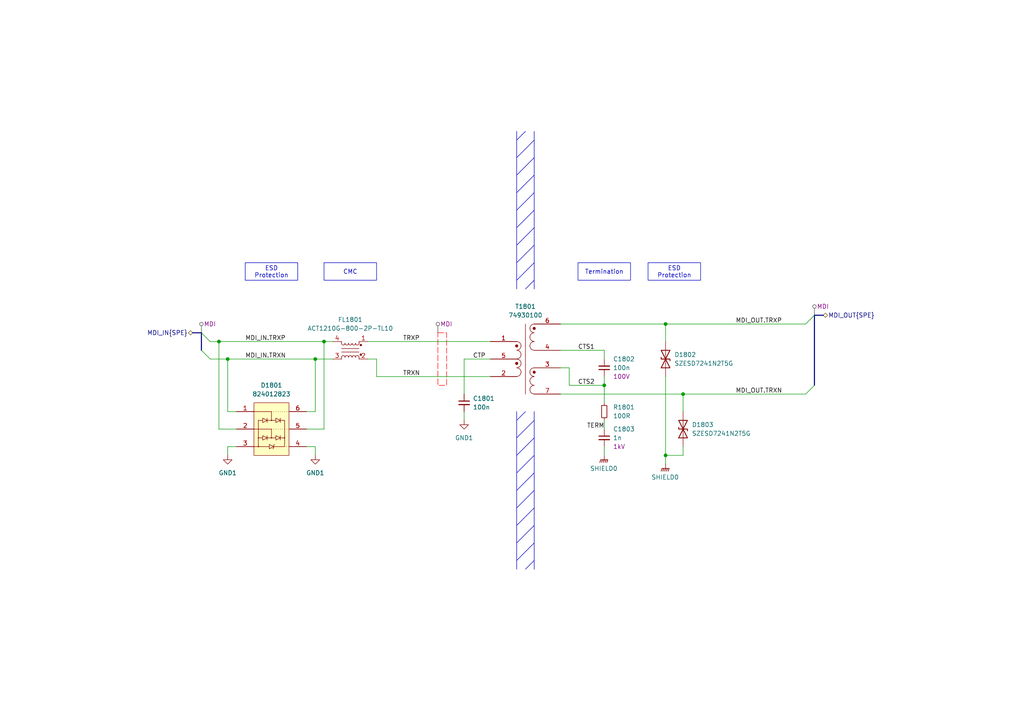
<source format=kicad_sch>
(kicad_sch
	(version 20250114)
	(generator "eeschema")
	(generator_version "9.0")
	(uuid "84d038d6-718d-45e3-b6b8-dc94c586d07e")
	(paper "A4")
	(title_block
		(title "1000BASE-T1 CDN")
		(comment 4 "Coupling-decoupling network for 1000BASE-T1")
	)
	(lib_symbols
		(symbol "COMM-CMC:ACT1210G-800-2P-TL10"
			(pin_names
				(hide yes)
			)
			(exclude_from_sim no)
			(in_bom yes)
			(on_board yes)
			(property "Reference" "FL"
				(at 0 6.35 0)
				(effects
					(font
						(size 1.27 1.27)
					)
				)
			)
			(property "Value" "ACT1210G-800-2P-TL10"
				(at 0 3.81 0)
				(effects
					(font
						(size 1.27 1.27)
					)
				)
			)
			(property "Footprint" "project_footprints:ACT1210G"
				(at 16.51 -94.92 0)
				(effects
					(font
						(size 1.27 1.27)
					)
					(justify left top)
					(hide yes)
				)
			)
			(property "Datasheet" "https://product.tdk.com/en/search/emc/emc/cmf_cmc/info?part_no=ACT1210G-800-2P-TL10"
				(at 16.51 -194.92 0)
				(effects
					(font
						(size 1.27 1.27)
					)
					(justify left top)
					(hide yes)
				)
			)
			(property "Description" "Common Mode Chokes / Filters 80uH 2.4ohm 70mA AEC-Q200 VER 2.0"
				(at 0 -7.62 0)
				(effects
					(font
						(size 1.27 1.27)
					)
					(hide yes)
				)
			)
			(property "Height" "2.5"
				(at 16.51 -394.92 0)
				(effects
					(font
						(size 1.27 1.27)
					)
					(justify left top)
					(hide yes)
				)
			)
			(property "Mouser Part Number" "810-ACT1210G8002PTL1"
				(at 16.51 -494.92 0)
				(effects
					(font
						(size 1.27 1.27)
					)
					(justify left top)
					(hide yes)
				)
			)
			(property "Mouser Price/Stock" "https://www.mouser.co.uk/ProductDetail/TDK/ACT1210G-800-2P-TL10?qs=4ASt3YYao0XH1BiO%252BEsWtg%3D%3D"
				(at 16.51 -594.92 0)
				(effects
					(font
						(size 1.27 1.27)
					)
					(justify left top)
					(hide yes)
				)
			)
			(property "Manufacturer_Name" "TDK"
				(at 16.51 -694.92 0)
				(effects
					(font
						(size 1.27 1.27)
					)
					(justify left top)
					(hide yes)
				)
			)
			(property "Manufacturer_Part_Number" "ACT1210G-800-2P-TL10"
				(at 16.51 -794.92 0)
				(effects
					(font
						(size 1.27 1.27)
					)
					(justify left top)
					(hide yes)
				)
			)
			(symbol "ACT1210G-800-2P-TL10_1_1"
				(circle
					(center -3.048 -1.016)
					(radius 0.254)
					(stroke
						(width 0)
						(type default)
					)
					(fill
						(type outline)
					)
				)
				(circle
					(center -3.048 -3.81)
					(radius 0.254)
					(stroke
						(width 0)
						(type default)
					)
					(fill
						(type outline)
					)
				)
				(polyline
					(pts
						(xy -2.54 -0.508) (xy -2.54 0)
					)
					(stroke
						(width 0)
						(type default)
					)
					(fill
						(type none)
					)
				)
				(polyline
					(pts
						(xy -2.54 -2.032) (xy 2.54 -2.032)
					)
					(stroke
						(width 0)
						(type default)
					)
					(fill
						(type none)
					)
				)
				(polyline
					(pts
						(xy -2.54 -4.572) (xy -2.54 -5.08)
					)
					(stroke
						(width 0)
						(type default)
					)
					(fill
						(type none)
					)
				)
				(arc
					(start -1.524 -0.508)
					(mid -2.032 -1.0138)
					(end -2.54 -0.508)
					(stroke
						(width 0)
						(type default)
					)
					(fill
						(type none)
					)
				)
				(arc
					(start -2.54 -4.572)
					(mid -2.032 -4.0662)
					(end -1.524 -4.572)
					(stroke
						(width 0)
						(type default)
					)
					(fill
						(type none)
					)
				)
				(arc
					(start -0.508 -0.508)
					(mid -1.016 -1.0138)
					(end -1.524 -0.508)
					(stroke
						(width 0)
						(type default)
					)
					(fill
						(type none)
					)
				)
				(arc
					(start -1.524 -4.572)
					(mid -1.016 -4.0662)
					(end -0.508 -4.572)
					(stroke
						(width 0)
						(type default)
					)
					(fill
						(type none)
					)
				)
				(arc
					(start 0.508 -0.508)
					(mid 0 -1.0138)
					(end -0.508 -0.508)
					(stroke
						(width 0)
						(type default)
					)
					(fill
						(type none)
					)
				)
				(arc
					(start -0.508 -4.572)
					(mid 0 -4.0662)
					(end 0.508 -4.572)
					(stroke
						(width 0)
						(type default)
					)
					(fill
						(type none)
					)
				)
				(arc
					(start 1.524 -0.508)
					(mid 1.016 -1.0138)
					(end 0.508 -0.508)
					(stroke
						(width 0)
						(type default)
					)
					(fill
						(type none)
					)
				)
				(arc
					(start 0.508 -4.572)
					(mid 1.016 -4.0662)
					(end 1.524 -4.572)
					(stroke
						(width 0)
						(type default)
					)
					(fill
						(type none)
					)
				)
				(arc
					(start 2.54 -0.508)
					(mid 2.032 -1.0138)
					(end 1.524 -0.508)
					(stroke
						(width 0)
						(type default)
					)
					(fill
						(type none)
					)
				)
				(arc
					(start 1.524 -4.572)
					(mid 2.032 -4.0662)
					(end 2.54 -4.572)
					(stroke
						(width 0)
						(type default)
					)
					(fill
						(type none)
					)
				)
				(polyline
					(pts
						(xy 2.54 0) (xy 2.54 -0.508)
					)
					(stroke
						(width 0)
						(type default)
					)
					(fill
						(type none)
					)
				)
				(polyline
					(pts
						(xy 2.54 -3.048) (xy -2.54 -3.048)
					)
					(stroke
						(width 0)
						(type default)
					)
					(fill
						(type none)
					)
				)
				(polyline
					(pts
						(xy 2.54 -4.572) (xy 2.54 -5.08)
					)
					(stroke
						(width 0)
						(type default)
					)
					(fill
						(type none)
					)
				)
				(pin passive line
					(at -5.08 0 0)
					(length 2.54)
					(name "1"
						(effects
							(font
								(size 1.27 1.27)
							)
						)
					)
					(number "1"
						(effects
							(font
								(size 1.27 1.27)
							)
						)
					)
				)
				(pin passive line
					(at -5.08 -5.08 0)
					(length 2.54)
					(name "2"
						(effects
							(font
								(size 1.27 1.27)
							)
						)
					)
					(number "2"
						(effects
							(font
								(size 1.27 1.27)
							)
						)
					)
				)
				(pin passive line
					(at 5.08 0 180)
					(length 2.54)
					(name "4"
						(effects
							(font
								(size 1.27 1.27)
							)
						)
					)
					(number "4"
						(effects
							(font
								(size 1.27 1.27)
							)
						)
					)
				)
				(pin passive line
					(at 5.08 -5.08 180)
					(length 2.54)
					(name "3"
						(effects
							(font
								(size 1.27 1.27)
							)
						)
					)
					(number "3"
						(effects
							(font
								(size 1.27 1.27)
							)
						)
					)
				)
			)
			(embedded_fonts no)
		)
		(symbol "COMM-TRANSFORMER:74930100"
			(pin_names
				(hide yes)
			)
			(exclude_from_sim no)
			(in_bom yes)
			(on_board yes)
			(property "Reference" "T"
				(at 0 5.08 0)
				(effects
					(font
						(size 1.27 1.27)
					)
				)
			)
			(property "Value" "74930100"
				(at 0 2.54 0)
				(effects
					(font
						(size 1.27 1.27)
					)
				)
			)
			(property "Footprint" "project_footprints:74930100"
				(at 26.67 -94.92 0)
				(effects
					(font
						(size 1.27 1.27)
					)
					(justify left top)
					(hide yes)
				)
			)
			(property "Datasheet" "https://docs.rs-online.com/25b7/A700000007544655.pdf"
				(at 26.67 -194.92 0)
				(effects
					(font
						(size 1.27 1.27)
					)
					(justify left top)
					(hide yes)
				)
			)
			(property "Description" "WE-STST Super Tiny Signal Transformer  10G Base-T, 1000 Base-T1"
				(at 0 -22.86 0)
				(effects
					(font
						(size 1.27 1.27)
					)
					(hide yes)
				)
			)
			(symbol "74930100_0_1"
				(arc
					(start -1.27 -6.35)
					(mid -1.656 -7.2264)
					(end -2.54 -7.5946)
					(stroke
						(width 0)
						(type default)
					)
					(fill
						(type none)
					)
				)
				(arc
					(start -1.27 -8.89)
					(mid -1.656 -9.7664)
					(end -2.54 -10.1346)
					(stroke
						(width 0)
						(type default)
					)
					(fill
						(type none)
					)
				)
				(arc
					(start -1.27 -11.43)
					(mid -1.656 -12.3064)
					(end -2.54 -12.6746)
					(stroke
						(width 0)
						(type default)
					)
					(fill
						(type none)
					)
				)
				(arc
					(start -1.27 -13.97)
					(mid -1.656 -14.8464)
					(end -2.54 -15.2146)
					(stroke
						(width 0)
						(type default)
					)
					(fill
						(type none)
					)
				)
				(arc
					(start -2.54 -5.08)
					(mid -1.642 -5.452)
					(end -1.27 -6.35)
					(stroke
						(width 0)
						(type default)
					)
					(fill
						(type none)
					)
				)
				(arc
					(start -2.54 -7.62)
					(mid -1.642 -7.992)
					(end -1.27 -8.89)
					(stroke
						(width 0)
						(type default)
					)
					(fill
						(type none)
					)
				)
				(arc
					(start -2.54 -10.16)
					(mid -1.642 -10.532)
					(end -1.27 -11.43)
					(stroke
						(width 0)
						(type default)
					)
					(fill
						(type none)
					)
				)
				(arc
					(start -2.54 -12.7)
					(mid -1.642 -13.072)
					(end -1.27 -13.97)
					(stroke
						(width 0)
						(type default)
					)
					(fill
						(type none)
					)
				)
				(polyline
					(pts
						(xy 0 0) (xy 0 -20.32)
					)
					(stroke
						(width 0)
						(type default)
					)
					(fill
						(type none)
					)
				)
				(arc
					(start 1.2954 -1.27)
					(mid 1.6457 -0.3683)
					(end 2.54 0)
					(stroke
						(width 0)
						(type default)
					)
					(fill
						(type none)
					)
				)
				(arc
					(start 1.2954 -3.81)
					(mid 1.6457 -2.9083)
					(end 2.54 -2.54)
					(stroke
						(width 0)
						(type default)
					)
					(fill
						(type none)
					)
				)
				(arc
					(start 1.2954 -6.35)
					(mid 1.6457 -5.4483)
					(end 2.54 -5.08)
					(stroke
						(width 0)
						(type default)
					)
					(fill
						(type none)
					)
				)
				(arc
					(start 1.2954 -13.97)
					(mid 1.6457 -13.0683)
					(end 2.54 -12.7)
					(stroke
						(width 0)
						(type default)
					)
					(fill
						(type none)
					)
				)
				(arc
					(start 1.2954 -16.51)
					(mid 1.6457 -15.6083)
					(end 2.54 -15.24)
					(stroke
						(width 0)
						(type default)
					)
					(fill
						(type none)
					)
				)
				(arc
					(start 1.2954 -19.05)
					(mid 1.6457 -18.1483)
					(end 2.54 -17.78)
					(stroke
						(width 0)
						(type default)
					)
					(fill
						(type none)
					)
				)
				(arc
					(start 2.54 -2.5146)
					(mid 1.6599 -2.1501)
					(end 1.2954 -1.27)
					(stroke
						(width 0)
						(type default)
					)
					(fill
						(type none)
					)
				)
				(arc
					(start 2.54 -5.0546)
					(mid 1.6599 -4.6901)
					(end 1.2954 -3.81)
					(stroke
						(width 0)
						(type default)
					)
					(fill
						(type none)
					)
				)
				(arc
					(start 2.54 -7.5946)
					(mid 1.6599 -7.2301)
					(end 1.2954 -6.35)
					(stroke
						(width 0)
						(type default)
					)
					(fill
						(type none)
					)
				)
				(arc
					(start 2.54 -15.2146)
					(mid 1.6599 -14.8501)
					(end 1.2954 -13.97)
					(stroke
						(width 0)
						(type default)
					)
					(fill
						(type none)
					)
				)
				(arc
					(start 2.54 -17.7546)
					(mid 1.6599 -17.3901)
					(end 1.2954 -16.51)
					(stroke
						(width 0)
						(type default)
					)
					(fill
						(type none)
					)
				)
				(arc
					(start 2.54 -20.2946)
					(mid 1.6599 -19.9301)
					(end 1.2954 -19.05)
					(stroke
						(width 0)
						(type default)
					)
					(fill
						(type none)
					)
				)
			)
			(symbol "74930100_1_1"
				(circle
					(center -2.54 -6.35)
					(radius 0.3592)
					(stroke
						(width 0)
						(type solid)
					)
					(fill
						(type outline)
					)
				)
				(circle
					(center -2.54 -11.43)
					(radius 0.3592)
					(stroke
						(width 0)
						(type solid)
					)
					(fill
						(type outline)
					)
				)
				(circle
					(center 2.54 -1.27)
					(radius 0.3592)
					(stroke
						(width 0)
						(type solid)
					)
					(fill
						(type outline)
					)
				)
				(circle
					(center 2.54 -13.97)
					(radius 0.3592)
					(stroke
						(width 0)
						(type solid)
					)
					(fill
						(type outline)
					)
				)
				(pin passive line
					(at -10.16 -5.08 0)
					(length 7.62)
					(name "IN+"
						(effects
							(font
								(size 1.27 1.27)
							)
						)
					)
					(number "1"
						(effects
							(font
								(size 1.27 1.27)
							)
						)
					)
				)
				(pin passive line
					(at -10.16 -10.16 0)
					(length 7.62)
					(name "PM"
						(effects
							(font
								(size 1.27 1.27)
							)
						)
					)
					(number "5"
						(effects
							(font
								(size 1.27 1.27)
							)
						)
					)
				)
				(pin passive line
					(at -10.16 -15.24 0)
					(length 7.62)
					(name "IN-"
						(effects
							(font
								(size 1.27 1.27)
							)
						)
					)
					(number "2"
						(effects
							(font
								(size 1.27 1.27)
							)
						)
					)
				)
				(pin passive line
					(at 10.16 0 180)
					(length 7.62)
					(name "OUT1A"
						(effects
							(font
								(size 1.27 1.27)
							)
						)
					)
					(number "6"
						(effects
							(font
								(size 1.27 1.27)
							)
						)
					)
				)
				(pin passive line
					(at 10.16 -7.62 180)
					(length 7.62)
					(name "OUT1B"
						(effects
							(font
								(size 1.27 1.27)
							)
						)
					)
					(number "4"
						(effects
							(font
								(size 1.27 1.27)
							)
						)
					)
				)
				(pin passive line
					(at 10.16 -12.7 180)
					(length 7.62)
					(name "OUT2A"
						(effects
							(font
								(size 1.27 1.27)
							)
						)
					)
					(number "3"
						(effects
							(font
								(size 1.27 1.27)
							)
						)
					)
				)
				(pin passive line
					(at 10.16 -20.32 180)
					(length 7.62)
					(name "OUT2B"
						(effects
							(font
								(size 1.27 1.27)
							)
						)
					)
					(number "7"
						(effects
							(font
								(size 1.27 1.27)
							)
						)
					)
				)
			)
			(embedded_fonts no)
		)
		(symbol "Device:C_Small"
			(pin_numbers
				(hide yes)
			)
			(pin_names
				(offset 0.254)
				(hide yes)
			)
			(exclude_from_sim no)
			(in_bom yes)
			(on_board yes)
			(property "Reference" "C"
				(at 0.254 1.778 0)
				(effects
					(font
						(size 1.27 1.27)
					)
					(justify left)
				)
			)
			(property "Value" "C_Small"
				(at 0.254 -2.032 0)
				(effects
					(font
						(size 1.27 1.27)
					)
					(justify left)
				)
			)
			(property "Footprint" ""
				(at 0 0 0)
				(effects
					(font
						(size 1.27 1.27)
					)
					(hide yes)
				)
			)
			(property "Datasheet" "~"
				(at 0 0 0)
				(effects
					(font
						(size 1.27 1.27)
					)
					(hide yes)
				)
			)
			(property "Description" "Unpolarized capacitor, small symbol"
				(at 0 0 0)
				(effects
					(font
						(size 1.27 1.27)
					)
					(hide yes)
				)
			)
			(property "ki_keywords" "capacitor cap"
				(at 0 0 0)
				(effects
					(font
						(size 1.27 1.27)
					)
					(hide yes)
				)
			)
			(property "ki_fp_filters" "C_*"
				(at 0 0 0)
				(effects
					(font
						(size 1.27 1.27)
					)
					(hide yes)
				)
			)
			(symbol "C_Small_0_1"
				(polyline
					(pts
						(xy -1.524 0.508) (xy 1.524 0.508)
					)
					(stroke
						(width 0.3048)
						(type default)
					)
					(fill
						(type none)
					)
				)
				(polyline
					(pts
						(xy -1.524 -0.508) (xy 1.524 -0.508)
					)
					(stroke
						(width 0.3302)
						(type default)
					)
					(fill
						(type none)
					)
				)
			)
			(symbol "C_Small_1_1"
				(pin passive line
					(at 0 2.54 270)
					(length 2.032)
					(name "~"
						(effects
							(font
								(size 1.27 1.27)
							)
						)
					)
					(number "1"
						(effects
							(font
								(size 1.27 1.27)
							)
						)
					)
				)
				(pin passive line
					(at 0 -2.54 90)
					(length 2.032)
					(name "~"
						(effects
							(font
								(size 1.27 1.27)
							)
						)
					)
					(number "2"
						(effects
							(font
								(size 1.27 1.27)
							)
						)
					)
				)
			)
			(embedded_fonts no)
		)
		(symbol "Device:R_Small"
			(pin_numbers
				(hide yes)
			)
			(pin_names
				(offset 0.254)
				(hide yes)
			)
			(exclude_from_sim no)
			(in_bom yes)
			(on_board yes)
			(property "Reference" "R"
				(at 0 0 90)
				(effects
					(font
						(size 1.016 1.016)
					)
				)
			)
			(property "Value" "R_Small"
				(at 1.778 0 90)
				(effects
					(font
						(size 1.27 1.27)
					)
				)
			)
			(property "Footprint" ""
				(at 0 0 0)
				(effects
					(font
						(size 1.27 1.27)
					)
					(hide yes)
				)
			)
			(property "Datasheet" "~"
				(at 0 0 0)
				(effects
					(font
						(size 1.27 1.27)
					)
					(hide yes)
				)
			)
			(property "Description" "Resistor, small symbol"
				(at 0 0 0)
				(effects
					(font
						(size 1.27 1.27)
					)
					(hide yes)
				)
			)
			(property "ki_keywords" "R resistor"
				(at 0 0 0)
				(effects
					(font
						(size 1.27 1.27)
					)
					(hide yes)
				)
			)
			(property "ki_fp_filters" "R_*"
				(at 0 0 0)
				(effects
					(font
						(size 1.27 1.27)
					)
					(hide yes)
				)
			)
			(symbol "R_Small_0_1"
				(rectangle
					(start -0.762 1.778)
					(end 0.762 -1.778)
					(stroke
						(width 0.2032)
						(type default)
					)
					(fill
						(type none)
					)
				)
			)
			(symbol "R_Small_1_1"
				(pin passive line
					(at 0 2.54 270)
					(length 0.762)
					(name "~"
						(effects
							(font
								(size 1.27 1.27)
							)
						)
					)
					(number "1"
						(effects
							(font
								(size 1.27 1.27)
							)
						)
					)
				)
				(pin passive line
					(at 0 -2.54 90)
					(length 0.762)
					(name "~"
						(effects
							(font
								(size 1.27 1.27)
							)
						)
					)
					(number "2"
						(effects
							(font
								(size 1.27 1.27)
							)
						)
					)
				)
			)
			(embedded_fonts no)
		)
		(symbol "PWR-SYM:SHIELD0"
			(power)
			(pin_numbers
				(hide yes)
			)
			(pin_names
				(offset 0)
				(hide yes)
			)
			(exclude_from_sim no)
			(in_bom yes)
			(on_board yes)
			(property "Reference" "#PWR"
				(at 0 -5.08 0)
				(effects
					(font
						(size 1.27 1.27)
					)
					(hide yes)
				)
			)
			(property "Value" "SHIELD0"
				(at 0 -3.302 0)
				(effects
					(font
						(size 1.27 1.27)
					)
				)
			)
			(property "Footprint" ""
				(at 0 -1.27 0)
				(effects
					(font
						(size 1.27 1.27)
					)
					(hide yes)
				)
			)
			(property "Datasheet" ""
				(at 0 -1.27 0)
				(effects
					(font
						(size 1.27 1.27)
					)
					(hide yes)
				)
			)
			(property "Description" "Power symbol creates a global label with name \"SHIELD0\" , global ground"
				(at 0 0 0)
				(effects
					(font
						(size 1.27 1.27)
					)
					(hide yes)
				)
			)
			(property "ki_keywords" "global ground"
				(at 0 0 0)
				(effects
					(font
						(size 1.27 1.27)
					)
					(hide yes)
				)
			)
			(symbol "SHIELD0_0_1"
				(polyline
					(pts
						(xy -1.016 -1.27) (xy -1.27 -2.032) (xy -1.27 -2.032)
					)
					(stroke
						(width 0.2032)
						(type default)
					)
					(fill
						(type none)
					)
				)
				(polyline
					(pts
						(xy -0.508 -1.27) (xy -0.762 -2.032) (xy -0.762 -2.032)
					)
					(stroke
						(width 0.2032)
						(type default)
					)
					(fill
						(type none)
					)
				)
				(polyline
					(pts
						(xy 0 -1.27) (xy 0 0)
					)
					(stroke
						(width 0)
						(type default)
					)
					(fill
						(type none)
					)
				)
				(polyline
					(pts
						(xy 0 -1.27) (xy -0.254 -2.032) (xy -0.254 -2.032)
					)
					(stroke
						(width 0.2032)
						(type default)
					)
					(fill
						(type none)
					)
				)
				(polyline
					(pts
						(xy 0.508 -1.27) (xy 0.254 -2.032) (xy 0.254 -2.032)
					)
					(stroke
						(width 0.2032)
						(type default)
					)
					(fill
						(type none)
					)
				)
				(polyline
					(pts
						(xy 1.016 -1.27) (xy -1.016 -1.27) (xy -1.016 -1.27)
					)
					(stroke
						(width 0.2032)
						(type default)
					)
					(fill
						(type none)
					)
				)
				(polyline
					(pts
						(xy 1.016 -1.27) (xy 0.762 -2.032) (xy 0.762 -2.032) (xy 0.762 -2.032)
					)
					(stroke
						(width 0.2032)
						(type default)
					)
					(fill
						(type none)
					)
				)
			)
			(symbol "SHIELD0_1_1"
				(pin power_in line
					(at 0 0 270)
					(length 0)
					(name "~"
						(effects
							(font
								(size 1.27 1.27)
							)
						)
					)
					(number "1"
						(effects
							(font
								(size 1.27 1.27)
							)
						)
					)
				)
			)
			(embedded_fonts no)
		)
		(symbol "TVS:824012823"
			(exclude_from_sim no)
			(in_bom yes)
			(on_board yes)
			(property "Reference" "D"
				(at 0 5.08 0)
				(effects
					(font
						(size 1.27 1.27)
					)
				)
			)
			(property "Value" "824012823"
				(at 0 2.54 0)
				(effects
					(font
						(size 1.27 1.27)
					)
				)
			)
			(property "Footprint" "project_footprints:824012823"
				(at 31.75 -94.92 0)
				(effects
					(font
						(size 1.27 1.27)
					)
					(justify left top)
					(hide yes)
				)
			)
			(property "Datasheet" "https://www.we-online.com/catalog/datasheet/824012823.pdf"
				(at 31.75 -194.92 0)
				(effects
					(font
						(size 1.27 1.27)
					)
					(justify left top)
					(hide yes)
				)
			)
			(property "Description" "ESD Suppressors / TVS Diodes WE-TVS Diode Array 3.3V 0.18pF 2Channel"
				(at 0 -17.78 0)
				(effects
					(font
						(size 1.27 1.27)
					)
					(hide yes)
				)
			)
			(property "Height" "0.5"
				(at 31.75 -394.92 0)
				(effects
					(font
						(size 1.27 1.27)
					)
					(justify left top)
					(hide yes)
				)
			)
			(property "Mouser Part Number" "710-824012823"
				(at 31.75 -494.92 0)
				(effects
					(font
						(size 1.27 1.27)
					)
					(justify left top)
					(hide yes)
				)
			)
			(property "Mouser Price/Stock" "https://www.mouser.co.uk/ProductDetail/Wurth-Elektronik/824012823?qs=rrS6PyfT74dPtw7q26tZFg%3D%3D"
				(at 31.75 -594.92 0)
				(effects
					(font
						(size 1.27 1.27)
					)
					(justify left top)
					(hide yes)
				)
			)
			(property "Manufacturer_Name" "Wurth Elektronik"
				(at 31.75 -694.92 0)
				(effects
					(font
						(size 1.27 1.27)
					)
					(justify left top)
					(hide yes)
				)
			)
			(property "Manufacturer_Part_Number" "824012823"
				(at 31.75 -794.92 0)
				(effects
					(font
						(size 1.27 1.27)
					)
					(justify left top)
					(hide yes)
				)
			)
			(symbol "824012823_0_1"
				(polyline
					(pts
						(xy -5.08 -7.62) (xy 0 -7.62) (xy 0 -10.16)
					)
					(stroke
						(width 0)
						(type default)
					)
					(fill
						(type none)
					)
				)
				(polyline
					(pts
						(xy -3.81 -5.08) (xy -3.81 -12.7)
					)
					(stroke
						(width 0)
						(type default)
					)
					(fill
						(type none)
					)
				)
				(circle
					(center -3.81 -10.16)
					(radius 0.1127)
					(stroke
						(width 0)
						(type default)
					)
					(fill
						(type none)
					)
				)
				(circle
					(center -3.81 -12.7)
					(radius 0.1127)
					(stroke
						(width 0)
						(type default)
					)
					(fill
						(type none)
					)
				)
				(polyline
					(pts
						(xy -3.81 -12.7) (xy -5.08 -12.7)
					)
					(stroke
						(width 0)
						(type default)
					)
					(fill
						(type none)
					)
				)
				(polyline
					(pts
						(xy -1.27 -4.445) (xy -1.27 -5.715)
					)
					(stroke
						(width 0)
						(type default)
					)
					(fill
						(type none)
					)
				)
				(polyline
					(pts
						(xy -1.27 -5.08) (xy 1.27 -5.08)
					)
					(stroke
						(width 0)
						(type default)
					)
					(fill
						(type none)
					)
				)
				(polyline
					(pts
						(xy -1.27 -5.08) (xy -2.54 -4.445) (xy -2.54 -5.715) (xy -1.27 -5.08)
					)
					(stroke
						(width 0)
						(type default)
					)
					(fill
						(type none)
					)
				)
				(polyline
					(pts
						(xy -1.27 -9.525) (xy -1.27 -10.795)
					)
					(stroke
						(width 0)
						(type default)
					)
					(fill
						(type none)
					)
				)
				(polyline
					(pts
						(xy -1.27 -10.16) (xy 1.27 -10.16)
					)
					(stroke
						(width 0)
						(type default)
					)
					(fill
						(type none)
					)
				)
				(polyline
					(pts
						(xy -1.27 -10.16) (xy -2.54 -9.525) (xy -2.54 -10.795) (xy -1.27 -10.16)
					)
					(stroke
						(width 0)
						(type default)
					)
					(fill
						(type none)
					)
				)
				(polyline
					(pts
						(xy -0.635 -12.7) (xy -3.81 -12.7)
					)
					(stroke
						(width 0)
						(type default)
					)
					(fill
						(type none)
					)
				)
				(polyline
					(pts
						(xy 0 -5.08) (xy 0 -2.54) (xy -5.08 -2.54)
					)
					(stroke
						(width 0)
						(type default)
					)
					(fill
						(type none)
					)
				)
				(circle
					(center 0 -5.08)
					(radius 0.1127)
					(stroke
						(width 0)
						(type default)
					)
					(fill
						(type none)
					)
				)
				(circle
					(center 0 -10.16)
					(radius 0.1127)
					(stroke
						(width 0)
						(type default)
					)
					(fill
						(type none)
					)
				)
				(polyline
					(pts
						(xy 0.387 -13.35) (xy 0.387 -13.35)
					)
					(stroke
						(width 0)
						(type default)
					)
					(fill
						(type none)
					)
				)
				(polyline
					(pts
						(xy 0.635 -12.7) (xy -0.635 -12.065) (xy -0.635 -13.335) (xy 0.635 -12.7)
					)
					(stroke
						(width 0)
						(type default)
					)
					(fill
						(type none)
					)
				)
				(polyline
					(pts
						(xy 0.895 -12.06) (xy 0.641 -12.314) (xy 0.641 -13.076) (xy 0.387 -13.33)
					)
					(stroke
						(width 0)
						(type default)
					)
					(fill
						(type none)
					)
				)
				(polyline
					(pts
						(xy 2.54 -4.445) (xy 2.54 -5.715)
					)
					(stroke
						(width 0)
						(type default)
					)
					(fill
						(type none)
					)
				)
				(polyline
					(pts
						(xy 2.54 -5.08) (xy 1.27 -4.445) (xy 1.27 -5.715) (xy 2.54 -5.08)
					)
					(stroke
						(width 0)
						(type default)
					)
					(fill
						(type none)
					)
				)
				(polyline
					(pts
						(xy 2.54 -9.525) (xy 2.54 -10.795)
					)
					(stroke
						(width 0)
						(type default)
					)
					(fill
						(type none)
					)
				)
				(polyline
					(pts
						(xy 2.54 -10.16) (xy 1.27 -9.525) (xy 1.27 -10.795) (xy 2.54 -10.16)
					)
					(stroke
						(width 0)
						(type default)
					)
					(fill
						(type none)
					)
				)
				(polyline
					(pts
						(xy 3.81 -5.08) (xy 3.81 -12.7)
					)
					(stroke
						(width 0)
						(type default)
					)
					(fill
						(type none)
					)
				)
				(circle
					(center 3.81 -10.16)
					(radius 0.1127)
					(stroke
						(width 0)
						(type default)
					)
					(fill
						(type none)
					)
				)
				(polyline
					(pts
						(xy 3.81 -12.7) (xy 0.635 -12.7)
					)
					(stroke
						(width 0)
						(type default)
					)
					(fill
						(type none)
					)
				)
			)
			(symbol "824012823_1_1"
				(rectangle
					(start -5.08 0)
					(end 5.08 -15.24)
					(stroke
						(width 0)
						(type solid)
					)
					(fill
						(type background)
					)
				)
				(polyline
					(pts
						(xy -2.54 -5.08) (xy -3.81 -5.08)
					)
					(stroke
						(width 0)
						(type default)
					)
					(fill
						(type none)
					)
				)
				(polyline
					(pts
						(xy -2.54 -10.16) (xy -3.81 -10.16)
					)
					(stroke
						(width 0)
						(type default)
					)
					(fill
						(type none)
					)
				)
				(polyline
					(pts
						(xy 0 -2.54) (xy 5.08 -2.54)
					)
					(stroke
						(width 0)
						(type dot)
					)
					(fill
						(type none)
					)
				)
				(polyline
					(pts
						(xy 0 -7.62) (xy 5.08 -7.62)
					)
					(stroke
						(width 0)
						(type dot)
					)
					(fill
						(type none)
					)
				)
				(polyline
					(pts
						(xy 3.81 -5.08) (xy 2.54 -5.08)
					)
					(stroke
						(width 0)
						(type default)
					)
					(fill
						(type none)
					)
				)
				(polyline
					(pts
						(xy 3.81 -10.16) (xy 2.54 -10.16)
					)
					(stroke
						(width 0)
						(type default)
					)
					(fill
						(type none)
					)
				)
				(polyline
					(pts
						(xy 5.08 -12.7) (xy 3.81 -12.7)
					)
					(stroke
						(width 0)
						(type dot)
					)
					(fill
						(type none)
					)
				)
				(pin passive line
					(at -10.16 -2.54 0)
					(length 5.08)
					(name "~"
						(effects
							(font
								(size 1.27 1.27)
							)
						)
					)
					(number "1"
						(effects
							(font
								(size 1.27 1.27)
							)
						)
					)
				)
				(pin passive line
					(at -10.16 -7.62 0)
					(length 5.08)
					(name "~"
						(effects
							(font
								(size 1.27 1.27)
							)
						)
					)
					(number "2"
						(effects
							(font
								(size 1.27 1.27)
							)
						)
					)
				)
				(pin passive line
					(at -10.16 -12.7 0)
					(length 5.08)
					(name "~"
						(effects
							(font
								(size 1.27 1.27)
							)
						)
					)
					(number "3"
						(effects
							(font
								(size 1.27 1.27)
							)
						)
					)
				)
				(pin passive line
					(at 10.16 -2.54 180)
					(length 5.08)
					(name "~"
						(effects
							(font
								(size 1.27 1.27)
							)
						)
					)
					(number "6"
						(effects
							(font
								(size 1.27 1.27)
							)
						)
					)
				)
				(pin passive line
					(at 10.16 -7.62 180)
					(length 5.08)
					(name "~"
						(effects
							(font
								(size 1.27 1.27)
							)
						)
					)
					(number "5"
						(effects
							(font
								(size 1.27 1.27)
							)
						)
					)
				)
				(pin passive line
					(at 10.16 -12.7 180)
					(length 5.08)
					(name "~"
						(effects
							(font
								(size 1.27 1.27)
							)
						)
					)
					(number "4"
						(effects
							(font
								(size 1.27 1.27)
							)
						)
					)
				)
			)
			(embedded_fonts no)
		)
		(symbol "TVS:SZESD7241N2T5G"
			(pin_numbers
				(hide yes)
			)
			(pin_names
				(hide yes)
			)
			(exclude_from_sim no)
			(in_bom yes)
			(on_board yes)
			(property "Reference" "D"
				(at 0 6.35 0)
				(effects
					(font
						(size 1.27 1.27)
					)
				)
			)
			(property "Value" "SZESD7241N2T5G"
				(at 0 3.81 0)
				(effects
					(font
						(size 1.27 1.27)
					)
				)
			)
			(property "Footprint" "project_footprints:SZESD7462N2T5G"
				(at -16.51 -7.62 0)
				(effects
					(font
						(size 1.27 1.27)
					)
					(justify left bottom)
					(hide yes)
				)
			)
			(property "Datasheet" "https://www.onsemi.com/pub/Collateral/ESD7241-D.PDF"
				(at -29.21 -10.16 0)
				(effects
					(font
						(size 1.27 1.27)
					)
					(justify left bottom)
					(hide yes)
				)
			)
			(property "Description" "SZESD7241MXWT5G Wettable Flank Package; SZ Prefix for Automotive and Other Applications Requiring Unique Site and Control Change Requirements; AECQ101 Qualified and PPAP CapableSZ Prefix for Automotive and Other Applications Requiring Unique Site and Control Change Requirements; AECQ101 Qualified and PPAP Capable; Ultra-Low Capacitance: < 1.0pF Max; Low Leakage: < 0.5uA; IEC61000-4-2 (ESD): Level 4 +/-28kV Contact; IEC61000-4-4 (EFT): 40A - 5/50ns; IEC61000-4-5 (Lightning): 1A - 8/20us; These Devices are Pb"
				(at 0 -3.81 0)
				(effects
					(font
						(size 1.27 1.27)
					)
					(hide yes)
				)
			)
			(property "Height" "0.4"
				(at -1.27 -12.7 0)
				(effects
					(font
						(size 1.27 1.27)
					)
					(justify left bottom)
					(hide yes)
				)
			)
			(property "Mouser Part Number" "863-SZESD7241N2T5G"
				(at -11.43 -15.24 0)
				(effects
					(font
						(size 1.27 1.27)
					)
					(justify left bottom)
					(hide yes)
				)
			)
			(property "Mouser Price/Stock" "https://www.mouser.co.uk/ProductDetail/onsemi/SZESD7241N2T5G?qs=z6PAvqrnkvSq0oMCl81g4Q%3D%3D"
				(at -49.53 -17.78 0)
				(effects
					(font
						(size 1.27 1.27)
					)
					(justify left bottom)
					(hide yes)
				)
			)
			(property "Manufacturer_Name" "onsemi"
				(at -3.81 -20.32 0)
				(effects
					(font
						(size 1.27 1.27)
					)
					(justify left bottom)
					(hide yes)
				)
			)
			(property "Manufacturer_Part_Number" "SZESD7241N2T5G"
				(at -8.89 -22.86 0)
				(effects
					(font
						(size 1.27 1.27)
					)
					(justify left bottom)
					(hide yes)
				)
			)
			(symbol "SZESD7241N2T5G_0_1"
				(polyline
					(pts
						(xy -2.54 1.27) (xy -2.54 -1.27) (xy 2.54 1.27) (xy 2.54 -1.27) (xy -2.54 1.27)
					)
					(stroke
						(width 0.254)
						(type default)
					)
					(fill
						(type none)
					)
				)
				(polyline
					(pts
						(xy 0.508 1.27) (xy 0 1.27) (xy 0 -1.27) (xy -0.508 -1.27)
					)
					(stroke
						(width 0.254)
						(type default)
					)
					(fill
						(type none)
					)
				)
				(polyline
					(pts
						(xy 1.27 0) (xy -1.27 0)
					)
					(stroke
						(width 0)
						(type default)
					)
					(fill
						(type none)
					)
				)
			)
			(symbol "SZESD7241N2T5G_1_1"
				(pin passive line
					(at -5.08 0 0)
					(length 3.81)
					(name "A1"
						(effects
							(font
								(size 1.27 1.27)
							)
						)
					)
					(number "1"
						(effects
							(font
								(size 1.27 1.27)
							)
						)
					)
				)
				(pin passive line
					(at 5.08 0 180)
					(length 3.81)
					(name "A2"
						(effects
							(font
								(size 1.27 1.27)
							)
						)
					)
					(number "2"
						(effects
							(font
								(size 1.27 1.27)
							)
						)
					)
				)
			)
			(embedded_fonts no)
		)
		(symbol "power:GND1"
			(power)
			(pin_numbers
				(hide yes)
			)
			(pin_names
				(offset 0)
				(hide yes)
			)
			(exclude_from_sim no)
			(in_bom yes)
			(on_board yes)
			(property "Reference" "#PWR"
				(at 0 -6.35 0)
				(effects
					(font
						(size 1.27 1.27)
					)
					(hide yes)
				)
			)
			(property "Value" "GND1"
				(at 0 -3.81 0)
				(effects
					(font
						(size 1.27 1.27)
					)
				)
			)
			(property "Footprint" ""
				(at 0 0 0)
				(effects
					(font
						(size 1.27 1.27)
					)
					(hide yes)
				)
			)
			(property "Datasheet" ""
				(at 0 0 0)
				(effects
					(font
						(size 1.27 1.27)
					)
					(hide yes)
				)
			)
			(property "Description" "Power symbol creates a global label with name \"GND1\" , ground"
				(at 0 0 0)
				(effects
					(font
						(size 1.27 1.27)
					)
					(hide yes)
				)
			)
			(property "ki_keywords" "global power"
				(at 0 0 0)
				(effects
					(font
						(size 1.27 1.27)
					)
					(hide yes)
				)
			)
			(symbol "GND1_0_1"
				(polyline
					(pts
						(xy 0 0) (xy 0 -1.27) (xy 1.27 -1.27) (xy 0 -2.54) (xy -1.27 -1.27) (xy 0 -1.27)
					)
					(stroke
						(width 0)
						(type default)
					)
					(fill
						(type none)
					)
				)
			)
			(symbol "GND1_1_1"
				(pin power_in line
					(at 0 0 270)
					(length 0)
					(name "~"
						(effects
							(font
								(size 1.27 1.27)
							)
						)
					)
					(number "1"
						(effects
							(font
								(size 1.27 1.27)
							)
						)
					)
				)
			)
			(embedded_fonts no)
		)
	)
	(text_box "Termination"
		(exclude_from_sim no)
		(at 167.64 76.2 0)
		(size 15.24 5.08)
		(margins 0.9525 0.9525 0.9525 0.9525)
		(stroke
			(width 0)
			(type solid)
		)
		(fill
			(type none)
		)
		(effects
			(font
				(size 1.27 1.27)
			)
		)
		(uuid "0498934b-12a1-4b93-b097-44f0d290fc1e")
	)
	(text_box "ESD Protection"
		(exclude_from_sim no)
		(at 71.12 76.2 0)
		(size 15.24 5.08)
		(margins 0.9525 0.9525 0.9525 0.9525)
		(stroke
			(width 0)
			(type solid)
		)
		(fill
			(type none)
		)
		(effects
			(font
				(size 1.27 1.27)
			)
		)
		(uuid "39fe3de0-5c13-4b0d-b329-fc107c990e39")
	)
	(text_box "CMC"
		(exclude_from_sim no)
		(at 93.98 76.2 0)
		(size 15.24 5.08)
		(margins 0.9525 0.9525 0.9525 0.9525)
		(stroke
			(width 0)
			(type solid)
		)
		(fill
			(type none)
		)
		(effects
			(font
				(size 1.27 1.27)
			)
		)
		(uuid "796b9f29-c903-4230-97be-4337da9beb7a")
	)
	(text_box "ESD Protection"
		(exclude_from_sim no)
		(at 187.96 76.2 0)
		(size 15.24 5.08)
		(margins 0.9525 0.9525 0.9525 0.9525)
		(stroke
			(width 0)
			(type solid)
		)
		(fill
			(type none)
		)
		(effects
			(font
				(size 1.27 1.27)
			)
		)
		(uuid "a0643474-0d2d-460a-a4f2-63bea4f7eaef")
	)
	(junction
		(at 175.26 111.76)
		(diameter 0)
		(color 0 0 0 0)
		(uuid "10b770ad-cc22-4d76-a626-ab200b03182a")
	)
	(junction
		(at 93.98 99.06)
		(diameter 0)
		(color 0 0 0 0)
		(uuid "36d125ea-667a-4693-a2fb-0ad614d51b2e")
	)
	(junction
		(at 66.04 104.14)
		(diameter 0)
		(color 0 0 0 0)
		(uuid "46295377-8023-4482-9e59-ef72a9dda260")
	)
	(junction
		(at 198.12 114.3)
		(diameter 0)
		(color 0 0 0 0)
		(uuid "5da289c7-621e-446c-a39b-54e18422f53e")
	)
	(junction
		(at 91.44 104.14)
		(diameter 0)
		(color 0 0 0 0)
		(uuid "6fa130b0-e180-4e2b-a9d8-86b0afeb7296")
	)
	(junction
		(at 193.04 93.98)
		(diameter 0)
		(color 0 0 0 0)
		(uuid "a0a1f454-46ba-4530-be06-4287b6c01f19")
	)
	(junction
		(at 193.04 132.08)
		(diameter 0)
		(color 0 0 0 0)
		(uuid "a4039b26-deea-44bf-a2be-b7ee1c7af39b")
	)
	(junction
		(at 63.5 99.06)
		(diameter 0)
		(color 0 0 0 0)
		(uuid "d70bd43f-bc3c-4853-a1da-230a85604063")
	)
	(bus_entry
		(at 236.22 91.44)
		(size -2.54 2.54)
		(stroke
			(width 0)
			(type default)
		)
		(uuid "2af20bf7-6ad7-4afb-b418-ea8745934438")
	)
	(bus_entry
		(at 236.22 111.76)
		(size -2.54 2.54)
		(stroke
			(width 0)
			(type default)
		)
		(uuid "6088f7a9-615e-47fb-ab8e-e3ee857ac730")
	)
	(bus_entry
		(at 58.42 101.6)
		(size 2.54 2.54)
		(stroke
			(width 0)
			(type default)
		)
		(uuid "cea0834e-a053-49d9-a86e-ac1f088b30e2")
	)
	(bus_entry
		(at 58.42 96.52)
		(size 2.54 2.54)
		(stroke
			(width 0)
			(type default)
		)
		(uuid "f17f8b73-1865-4eca-b4fe-18dc3e4c4c47")
	)
	(wire
		(pts
			(xy 68.58 119.38) (xy 66.04 119.38)
		)
		(stroke
			(width 0)
			(type default)
		)
		(uuid "06cc8aa8-a53a-4926-b907-5dbc9c4115dd")
	)
	(wire
		(pts
			(xy 60.96 104.14) (xy 66.04 104.14)
		)
		(stroke
			(width 0)
			(type default)
		)
		(uuid "07c98117-8526-4ac7-9e21-4f816ea139f5")
	)
	(wire
		(pts
			(xy 66.04 119.38) (xy 66.04 104.14)
		)
		(stroke
			(width 0)
			(type default)
		)
		(uuid "0a6ecc19-efcc-4043-9a0f-971d6e8440f0")
	)
	(wire
		(pts
			(xy 193.04 132.08) (xy 198.12 132.08)
		)
		(stroke
			(width 0)
			(type default)
		)
		(uuid "0d337600-f749-4ba4-bfcb-6f5d221dde5c")
	)
	(polyline
		(pts
			(xy 149.86 40.64) (xy 152.4 38.1)
		)
		(stroke
			(width 0)
			(type default)
		)
		(uuid "10c019fd-2389-42d4-abcb-479483e87f25")
	)
	(wire
		(pts
			(xy 91.44 119.38) (xy 91.44 104.14)
		)
		(stroke
			(width 0)
			(type default)
		)
		(uuid "13a62d03-99b9-4959-990c-aee1c6840315")
	)
	(polyline
		(pts
			(xy 149.86 71.12) (xy 154.94 66.04)
		)
		(stroke
			(width 0)
			(type default)
		)
		(uuid "147b1c9a-4a3e-4b95-8fed-1f0976a7c3b3")
	)
	(wire
		(pts
			(xy 162.56 93.98) (xy 193.04 93.98)
		)
		(stroke
			(width 0)
			(type default)
		)
		(uuid "1ab3f234-5298-4864-b48d-cd9b7f9a19ce")
	)
	(wire
		(pts
			(xy 88.9 124.46) (xy 93.98 124.46)
		)
		(stroke
			(width 0)
			(type default)
		)
		(uuid "1c581b0d-fc8f-47ed-bc5f-63258abdbb7a")
	)
	(polyline
		(pts
			(xy 149.86 132.08) (xy 154.94 127)
		)
		(stroke
			(width 0)
			(type default)
		)
		(uuid "1df021af-fc8e-4898-8e67-489709b913a5")
	)
	(wire
		(pts
			(xy 134.62 121.92) (xy 134.62 119.38)
		)
		(stroke
			(width 0)
			(type default)
		)
		(uuid "1f8e1106-ce3c-4f09-a7e3-1ed4bf1f9772")
	)
	(polyline
		(pts
			(xy 149.86 38.1) (xy 149.86 83.82)
		)
		(stroke
			(width 0)
			(type default)
		)
		(uuid "1f8eb832-3d38-4ad1-abce-6d65dcdb7595")
	)
	(bus
		(pts
			(xy 238.76 91.44) (xy 236.22 91.44)
		)
		(stroke
			(width 0)
			(type default)
		)
		(uuid "2565f10f-7cc9-4ff6-9dab-48b133b73cf6")
	)
	(wire
		(pts
			(xy 63.5 99.06) (xy 93.98 99.06)
		)
		(stroke
			(width 0)
			(type default)
		)
		(uuid "2766180e-eb83-48d7-8cb9-9f3bd4d3e9ff")
	)
	(wire
		(pts
			(xy 198.12 114.3) (xy 198.12 119.38)
		)
		(stroke
			(width 0)
			(type default)
		)
		(uuid "290447e6-e8c9-4d83-a4a5-921ffe930f89")
	)
	(wire
		(pts
			(xy 162.56 101.6) (xy 175.26 101.6)
		)
		(stroke
			(width 0)
			(type default)
		)
		(uuid "317a3164-b636-4888-8b73-5bd496bd3e12")
	)
	(wire
		(pts
			(xy 134.62 114.3) (xy 134.62 104.14)
		)
		(stroke
			(width 0)
			(type default)
		)
		(uuid "34f58bf1-83b0-4c4f-821f-12dcfc2652b7")
	)
	(bus
		(pts
			(xy 58.42 96.52) (xy 58.42 101.6)
		)
		(stroke
			(width 0)
			(type default)
		)
		(uuid "3565fb6a-8702-467c-8135-05ca9fdc25ee")
	)
	(polyline
		(pts
			(xy 149.86 121.92) (xy 152.4 119.38)
		)
		(stroke
			(width 0)
			(type default)
		)
		(uuid "37a60110-efc4-4af0-86c9-5a6213fc0e6d")
	)
	(wire
		(pts
			(xy 165.1 111.76) (xy 175.26 111.76)
		)
		(stroke
			(width 0)
			(type default)
		)
		(uuid "3b68c051-9a62-4ecc-bedf-9d13465698f9")
	)
	(wire
		(pts
			(xy 109.22 104.14) (xy 109.22 109.22)
		)
		(stroke
			(width 0)
			(type default)
		)
		(uuid "3ee8ce2b-e9a4-4f59-87a4-6af8c955bdf7")
	)
	(polyline
		(pts
			(xy 152.4 165.1) (xy 154.94 162.56)
		)
		(stroke
			(width 0)
			(type default)
		)
		(uuid "4440af20-9339-4d00-a88f-bad37693c548")
	)
	(wire
		(pts
			(xy 198.12 114.3) (xy 233.68 114.3)
		)
		(stroke
			(width 0)
			(type default)
		)
		(uuid "44cd379f-1ee2-4a67-baa0-a234811d96ae")
	)
	(wire
		(pts
			(xy 175.26 101.6) (xy 175.26 104.14)
		)
		(stroke
			(width 0)
			(type default)
		)
		(uuid "49552cb3-dcda-43f7-a695-85839372d8b7")
	)
	(wire
		(pts
			(xy 109.22 109.22) (xy 142.24 109.22)
		)
		(stroke
			(width 0)
			(type default)
		)
		(uuid "4faad2c0-d918-4653-bdcd-f5ee1ca37f05")
	)
	(wire
		(pts
			(xy 134.62 104.14) (xy 142.24 104.14)
		)
		(stroke
			(width 0)
			(type default)
		)
		(uuid "52c1dcf4-1ea7-46ed-9da9-92dddd644c4f")
	)
	(polyline
		(pts
			(xy 149.86 162.56) (xy 154.94 157.48)
		)
		(stroke
			(width 0)
			(type default)
		)
		(uuid "5a1e3977-8323-4e7d-a1b3-0fcbe998d8c9")
	)
	(wire
		(pts
			(xy 165.1 111.76) (xy 165.1 106.68)
		)
		(stroke
			(width 0)
			(type default)
		)
		(uuid "5a59a449-ddbc-43b7-90cc-4996ad9fe6cd")
	)
	(wire
		(pts
			(xy 193.04 132.08) (xy 193.04 134.62)
		)
		(stroke
			(width 0)
			(type default)
		)
		(uuid "63742fd4-e908-489b-a4c3-d1c6f0b99105")
	)
	(polyline
		(pts
			(xy 149.86 60.96) (xy 154.94 55.88)
		)
		(stroke
			(width 0)
			(type default)
		)
		(uuid "6616ea96-a695-4e2e-857e-46439192b98a")
	)
	(polyline
		(pts
			(xy 154.94 38.1) (xy 154.94 83.82)
		)
		(stroke
			(width 0)
			(type default)
		)
		(uuid "6de54ef0-dfbb-40eb-95c1-3c8383422db1")
	)
	(polyline
		(pts
			(xy 149.86 66.04) (xy 154.94 60.96)
		)
		(stroke
			(width 0)
			(type default)
		)
		(uuid "72806dff-c5c8-4a42-acc9-55bc967e3e7a")
	)
	(polyline
		(pts
			(xy 149.86 152.4) (xy 154.94 147.32)
		)
		(stroke
			(width 0)
			(type default)
		)
		(uuid "73c9e6c9-9c1e-4738-919a-944620e2e875")
	)
	(wire
		(pts
			(xy 162.56 114.3) (xy 198.12 114.3)
		)
		(stroke
			(width 0)
			(type default)
		)
		(uuid "770a7def-e0cd-4a77-8f58-7cd6afd2c023")
	)
	(wire
		(pts
			(xy 66.04 132.08) (xy 66.04 129.54)
		)
		(stroke
			(width 0)
			(type default)
		)
		(uuid "7b866c9a-54c2-4c64-bf18-2cf4bdf4f951")
	)
	(polyline
		(pts
			(xy 149.86 127) (xy 154.94 121.92)
		)
		(stroke
			(width 0)
			(type default)
		)
		(uuid "808051f7-4fcb-4854-a7b4-eaafa05d5af1")
	)
	(wire
		(pts
			(xy 93.98 99.06) (xy 96.52 99.06)
		)
		(stroke
			(width 0)
			(type default)
		)
		(uuid "8369467e-2de5-4c4a-af40-f8b4d054063d")
	)
	(polyline
		(pts
			(xy 149.86 45.72) (xy 154.94 40.64)
		)
		(stroke
			(width 0)
			(type default)
		)
		(uuid "84aa8a31-3a01-4b53-b643-9a8d85cc720c")
	)
	(wire
		(pts
			(xy 165.1 106.68) (xy 162.56 106.68)
		)
		(stroke
			(width 0)
			(type default)
		)
		(uuid "856d74e6-3470-41ff-8a1f-3d60fe7376a6")
	)
	(wire
		(pts
			(xy 106.68 104.14) (xy 109.22 104.14)
		)
		(stroke
			(width 0)
			(type default)
		)
		(uuid "8dddcc7d-1ed0-46ab-906b-796759f544eb")
	)
	(polyline
		(pts
			(xy 149.86 157.48) (xy 154.94 152.4)
		)
		(stroke
			(width 0)
			(type default)
		)
		(uuid "91f09ddf-637f-4173-b6eb-1d48c6a20179")
	)
	(wire
		(pts
			(xy 93.98 124.46) (xy 93.98 99.06)
		)
		(stroke
			(width 0)
			(type default)
		)
		(uuid "9261e0bb-8e29-4adc-a3d4-5da6dbe505bc")
	)
	(wire
		(pts
			(xy 175.26 129.54) (xy 175.26 132.08)
		)
		(stroke
			(width 0)
			(type default)
		)
		(uuid "960e1819-4e07-4310-b29d-51a2a2028a36")
	)
	(wire
		(pts
			(xy 193.04 93.98) (xy 233.68 93.98)
		)
		(stroke
			(width 0)
			(type default)
		)
		(uuid "96a6cb54-5c7f-4e54-92fe-53d51a3b99df")
	)
	(wire
		(pts
			(xy 66.04 129.54) (xy 68.58 129.54)
		)
		(stroke
			(width 0)
			(type default)
		)
		(uuid "9aac6f14-2232-4bf1-a610-b02ddbbfcfb4")
	)
	(bus
		(pts
			(xy 55.88 96.52) (xy 58.42 96.52)
		)
		(stroke
			(width 0)
			(type default)
		)
		(uuid "9ef7423d-e113-47c3-9dc6-9a6a9f6e7d00")
	)
	(polyline
		(pts
			(xy 152.4 83.82) (xy 154.94 81.28)
		)
		(stroke
			(width 0)
			(type default)
		)
		(uuid "a3416157-5740-4e96-8a9b-237bca9d8187")
	)
	(wire
		(pts
			(xy 91.44 129.54) (xy 88.9 129.54)
		)
		(stroke
			(width 0)
			(type default)
		)
		(uuid "a998e377-d964-45ee-a881-ef2798c54c41")
	)
	(wire
		(pts
			(xy 193.04 93.98) (xy 193.04 99.06)
		)
		(stroke
			(width 0)
			(type default)
		)
		(uuid "ac118682-a945-4c69-9db8-89c93ce34996")
	)
	(wire
		(pts
			(xy 63.5 99.06) (xy 63.5 124.46)
		)
		(stroke
			(width 0)
			(type default)
		)
		(uuid "ac8ae3ed-3e00-453b-b289-93b74fb93a59")
	)
	(wire
		(pts
			(xy 198.12 132.08) (xy 198.12 129.54)
		)
		(stroke
			(width 0)
			(type default)
		)
		(uuid "ae61aeea-4087-4b24-8d66-6cf6c132ef06")
	)
	(wire
		(pts
			(xy 91.44 132.08) (xy 91.44 129.54)
		)
		(stroke
			(width 0)
			(type default)
		)
		(uuid "ae8583ed-a5b9-4ef9-817d-2c595e920aa4")
	)
	(wire
		(pts
			(xy 175.26 109.22) (xy 175.26 111.76)
		)
		(stroke
			(width 0)
			(type default)
		)
		(uuid "b045136a-f928-4020-94d3-c91f03974991")
	)
	(bus
		(pts
			(xy 236.22 91.44) (xy 236.22 111.76)
		)
		(stroke
			(width 0)
			(type default)
		)
		(uuid "b34e3d80-14cc-40fc-b1c1-222ff23711a3")
	)
	(polyline
		(pts
			(xy 149.86 55.88) (xy 154.94 50.8)
		)
		(stroke
			(width 0)
			(type default)
		)
		(uuid "b6dd2044-f640-482e-8a9e-42a8829e3bb7")
	)
	(wire
		(pts
			(xy 60.96 99.06) (xy 63.5 99.06)
		)
		(stroke
			(width 0)
			(type default)
		)
		(uuid "b8a3b013-efca-41f2-8341-d024fb4a8e4d")
	)
	(polyline
		(pts
			(xy 149.86 76.2) (xy 154.94 71.12)
		)
		(stroke
			(width 0)
			(type default)
		)
		(uuid "bd9617e3-ebb1-47b4-aa2a-e0bc76f50c73")
	)
	(polyline
		(pts
			(xy 149.86 81.28) (xy 154.94 76.2)
		)
		(stroke
			(width 0)
			(type default)
		)
		(uuid "bed75824-eef7-4870-b544-35140bddc1a4")
	)
	(polyline
		(pts
			(xy 154.94 119.38) (xy 154.94 165.1)
		)
		(stroke
			(width 0)
			(type default)
		)
		(uuid "c260b607-999f-4a25-8b34-b3ba4936f6f3")
	)
	(polyline
		(pts
			(xy 149.86 137.16) (xy 154.94 132.08)
		)
		(stroke
			(width 0)
			(type default)
		)
		(uuid "c90770df-dd63-47d0-9940-c913bdb312ed")
	)
	(wire
		(pts
			(xy 106.68 99.06) (xy 142.24 99.06)
		)
		(stroke
			(width 0)
			(type default)
		)
		(uuid "c98447cb-d6cc-4868-a61c-e3465a317bc5")
	)
	(polyline
		(pts
			(xy 149.86 142.24) (xy 154.94 137.16)
		)
		(stroke
			(width 0)
			(type default)
		)
		(uuid "ce41ea04-f0c6-4ade-86e0-748c6f69f4fc")
	)
	(wire
		(pts
			(xy 175.26 111.76) (xy 175.26 116.84)
		)
		(stroke
			(width 0)
			(type default)
		)
		(uuid "cebb64cd-56e8-4509-8093-872a8b3b9a36")
	)
	(wire
		(pts
			(xy 66.04 104.14) (xy 91.44 104.14)
		)
		(stroke
			(width 0)
			(type default)
		)
		(uuid "d2b295f7-ea4a-4fa4-b9c5-438d87b2f440")
	)
	(wire
		(pts
			(xy 193.04 109.22) (xy 193.04 132.08)
		)
		(stroke
			(width 0)
			(type default)
		)
		(uuid "d3a5e932-26fe-478b-a7cd-dc87338a3444")
	)
	(wire
		(pts
			(xy 88.9 119.38) (xy 91.44 119.38)
		)
		(stroke
			(width 0)
			(type default)
		)
		(uuid "d4256772-5130-478f-babf-5ea6dc875f08")
	)
	(wire
		(pts
			(xy 91.44 104.14) (xy 96.52 104.14)
		)
		(stroke
			(width 0)
			(type default)
		)
		(uuid "d4faf0e2-fa89-458f-80b5-6f6596ff16ec")
	)
	(wire
		(pts
			(xy 68.58 124.46) (xy 63.5 124.46)
		)
		(stroke
			(width 0)
			(type default)
		)
		(uuid "e6194ac3-b0f5-4980-abae-90a6dff31619")
	)
	(polyline
		(pts
			(xy 149.86 50.8) (xy 154.94 45.72)
		)
		(stroke
			(width 0)
			(type default)
		)
		(uuid "f0d88adb-a7c9-422f-b222-145fc3cd3057")
	)
	(polyline
		(pts
			(xy 149.86 119.38) (xy 149.86 165.1)
		)
		(stroke
			(width 0)
			(type default)
		)
		(uuid "f12cebb3-7621-409f-b5e3-447d599bfe73")
	)
	(wire
		(pts
			(xy 175.26 121.92) (xy 175.26 124.46)
		)
		(stroke
			(width 0)
			(type default)
		)
		(uuid "ff93c4c2-a0ba-42ab-bc61-0b75f545d2a4")
	)
	(polyline
		(pts
			(xy 149.86 147.32) (xy 154.94 142.24)
		)
		(stroke
			(width 0)
			(type default)
		)
		(uuid "fff03d62-8a71-4d0d-aedf-c97719243295")
	)
	(label "MDI_IN.TRXN"
		(at 71.12 104.14 0)
		(effects
			(font
				(size 1.27 1.27)
			)
			(justify left bottom)
		)
		(uuid "14e16cbb-222c-44f7-8540-b8e995c5d11a")
	)
	(label "CTS1"
		(at 167.64 101.6 0)
		(effects
			(font
				(size 1.27 1.27)
			)
			(justify left bottom)
		)
		(uuid "34f553ad-fe1a-465e-80eb-1bc41173a194")
	)
	(label "MDI_OUT.TRXP"
		(at 213.36 93.98 0)
		(effects
			(font
				(size 1.27 1.27)
			)
			(justify left bottom)
		)
		(uuid "399e9d51-390a-4725-b33c-777929356592")
	)
	(label "TRXN"
		(at 116.84 109.22 0)
		(effects
			(font
				(size 1.27 1.27)
			)
			(justify left bottom)
		)
		(uuid "3c3dd94f-a93b-4cca-9574-ac3c18db833b")
	)
	(label "CTS2"
		(at 167.64 111.76 0)
		(effects
			(font
				(size 1.27 1.27)
			)
			(justify left bottom)
		)
		(uuid "5a61e228-d066-4b6a-bbe8-b7495a762b18")
	)
	(label "CTP"
		(at 137.16 104.14 0)
		(effects
			(font
				(size 1.27 1.27)
			)
			(justify left bottom)
		)
		(uuid "652e96ca-d665-4856-9a1a-2e07157c9029")
	)
	(label "MDI_IN.TRXP"
		(at 71.12 99.06 0)
		(effects
			(font
				(size 1.27 1.27)
			)
			(justify left bottom)
		)
		(uuid "6815de5b-7797-4360-8edd-28e47e5c3d13")
	)
	(label "MDI_OUT.TRXN"
		(at 213.36 114.3 0)
		(effects
			(font
				(size 1.27 1.27)
			)
			(justify left bottom)
		)
		(uuid "75c4e963-74b6-412f-881e-9f91dbc457c1")
	)
	(label "TRXP"
		(at 116.84 99.06 0)
		(effects
			(font
				(size 1.27 1.27)
			)
			(justify left bottom)
		)
		(uuid "caaa9175-c901-4d75-817a-28071c4b614c")
	)
	(label "TERM"
		(at 175.26 124.46 180)
		(effects
			(font
				(size 1.27 1.27)
			)
			(justify right bottom)
		)
		(uuid "de9e4089-c0c9-432b-9f44-9fa0ce776e99")
	)
	(hierarchical_label "MDI_IN{SPE}"
		(shape bidirectional)
		(at 55.88 96.52 180)
		(effects
			(font
				(size 1.27 1.27)
			)
			(justify right)
		)
		(uuid "0bd6114c-fdec-4e8b-94c4-bca94e4bf0b3")
	)
	(hierarchical_label "MDI_OUT{SPE}"
		(shape bidirectional)
		(at 238.76 91.44 0)
		(effects
			(font
				(size 1.27 1.27)
			)
			(justify left)
		)
		(uuid "658f4385-10ba-49eb-a0b6-875165e01a27")
	)
	(rule_area
		(polyline
			(pts
				(xy 127 96.52) (xy 129.54 96.52) (xy 129.54 111.76) (xy 127 111.76)
			)
			(stroke
				(width 0)
				(type dash)
			)
			(fill
				(type none)
			)
			(uuid 61912d59-db1c-4b26-a82a-52a56b38b1b5)
		)
	)
	(netclass_flag ""
		(length 2.54)
		(shape round)
		(at 58.42 96.52 0)
		(fields_autoplaced yes)
		(effects
			(font
				(size 1.27 1.27)
			)
			(justify left bottom)
		)
		(uuid "0f2c77fe-d205-4e74-b21a-1e4f540c3c3b")
		(property "Netclass" "MDI"
			(at 59.1185 93.98 0)
			(effects
				(font
					(size 1.27 1.27)
				)
				(justify left)
			)
		)
		(property "Component Class" ""
			(at -233.68 0 0)
			(effects
				(font
					(size 1.27 1.27)
					(italic yes)
				)
			)
		)
	)
	(netclass_flag ""
		(length 2.54)
		(shape round)
		(at 236.22 91.44 0)
		(fields_autoplaced yes)
		(effects
			(font
				(size 1.27 1.27)
			)
			(justify left bottom)
		)
		(uuid "277260b0-3b4a-4cc7-90b3-e5b81a7ccf65")
		(property "Netclass" "MDI"
			(at 236.9185 88.9 0)
			(effects
				(font
					(size 1.27 1.27)
				)
				(justify left)
			)
		)
		(property "Component Class" ""
			(at -55.88 -5.08 0)
			(effects
				(font
					(size 1.27 1.27)
					(italic yes)
				)
			)
		)
	)
	(netclass_flag ""
		(length 2.54)
		(shape round)
		(at 127 96.52 0)
		(fields_autoplaced yes)
		(effects
			(font
				(size 1.27 1.27)
			)
			(justify left bottom)
		)
		(uuid "58860b50-5763-4426-882f-d9269a9180aa")
		(property "Netclass" "MDI"
			(at 127.6985 93.98 0)
			(effects
				(font
					(size 1.27 1.27)
				)
				(justify left)
			)
		)
		(property "Component Class" ""
			(at -165.1 0 0)
			(effects
				(font
					(size 1.27 1.27)
					(italic yes)
				)
			)
		)
	)
	(symbol
		(lib_id "Device:C_Small")
		(at 175.26 106.68 0)
		(mirror x)
		(unit 1)
		(exclude_from_sim no)
		(in_bom yes)
		(on_board yes)
		(dnp no)
		(uuid "0486283c-ca94-4879-862d-e0673bf0b0df")
		(property "Reference" "C1802"
			(at 177.8 104.14 0)
			(effects
				(font
					(size 1.27 1.27)
				)
				(justify left)
			)
		)
		(property "Value" "100n"
			(at 177.8 106.68 0)
			(effects
				(font
					(size 1.27 1.27)
				)
				(justify left)
			)
		)
		(property "Footprint" "Capacitor_SMD:C_0603_1608Metric"
			(at 175.26 106.68 0)
			(effects
				(font
					(size 1.27 1.27)
				)
				(hide yes)
			)
		)
		(property "Datasheet" "~"
			(at 175.26 106.68 0)
			(effects
				(font
					(size 1.27 1.27)
				)
				(hide yes)
			)
		)
		(property "Description" "Unpolarized capacitor, small symbol"
			(at 175.26 106.68 0)
			(effects
				(font
					(size 1.27 1.27)
				)
				(hide yes)
			)
		)
		(property "Voltage" "100V"
			(at 177.8 109.22 0)
			(effects
				(font
					(size 1.27 1.27)
				)
				(justify left)
			)
		)
		(pin "1"
			(uuid "574bf6cd-359f-4e09-8bb0-8f7912b7e3cd")
		)
		(pin "2"
			(uuid "294fa9af-6940-465a-9261-9e836c72fe57")
		)
		(instances
			(project "switch_main_v5"
				(path "/a5e57332-4284-4d3c-ab3c-13bc0ddb29b6/0f1a9ec2-7564-4816-ac47-902e9fc70962/26a40f4e-1d98-4b19-a184-b6dadc090f75"
					(reference "C1802")
					(unit 1)
				)
			)
		)
	)
	(symbol
		(lib_id "power:GND1")
		(at 91.44 132.08 0)
		(mirror y)
		(unit 1)
		(exclude_from_sim no)
		(in_bom yes)
		(on_board yes)
		(dnp no)
		(fields_autoplaced yes)
		(uuid "1aef75aa-27e9-41a7-becf-e060c25c19f9")
		(property "Reference" "#PWR01802"
			(at 91.44 138.43 0)
			(effects
				(font
					(size 1.27 1.27)
				)
				(hide yes)
			)
		)
		(property "Value" "GND1"
			(at 91.44 137.16 0)
			(effects
				(font
					(size 1.27 1.27)
				)
			)
		)
		(property "Footprint" ""
			(at 91.44 132.08 0)
			(effects
				(font
					(size 1.27 1.27)
				)
				(hide yes)
			)
		)
		(property "Datasheet" ""
			(at 91.44 132.08 0)
			(effects
				(font
					(size 1.27 1.27)
				)
				(hide yes)
			)
		)
		(property "Description" "Power symbol creates a global label with name \"GND1\" , ground"
			(at 91.44 132.08 0)
			(effects
				(font
					(size 1.27 1.27)
				)
				(hide yes)
			)
		)
		(pin "1"
			(uuid "485f779d-c57c-440e-b9a1-ccea829050fc")
		)
		(instances
			(project "switch_main_v5"
				(path "/a5e57332-4284-4d3c-ab3c-13bc0ddb29b6/0f1a9ec2-7564-4816-ac47-902e9fc70962/26a40f4e-1d98-4b19-a184-b6dadc090f75"
					(reference "#PWR01802")
					(unit 1)
				)
			)
		)
	)
	(symbol
		(lib_id "power:GND1")
		(at 66.04 132.08 0)
		(unit 1)
		(exclude_from_sim no)
		(in_bom yes)
		(on_board yes)
		(dnp no)
		(fields_autoplaced yes)
		(uuid "3ecb12dc-f635-4773-93eb-ae3050d9ea3b")
		(property "Reference" "#PWR01801"
			(at 66.04 138.43 0)
			(effects
				(font
					(size 1.27 1.27)
				)
				(hide yes)
			)
		)
		(property "Value" "GND1"
			(at 66.04 137.16 0)
			(effects
				(font
					(size 1.27 1.27)
				)
			)
		)
		(property "Footprint" ""
			(at 66.04 132.08 0)
			(effects
				(font
					(size 1.27 1.27)
				)
				(hide yes)
			)
		)
		(property "Datasheet" ""
			(at 66.04 132.08 0)
			(effects
				(font
					(size 1.27 1.27)
				)
				(hide yes)
			)
		)
		(property "Description" "Power symbol creates a global label with name \"GND1\" , ground"
			(at 66.04 132.08 0)
			(effects
				(font
					(size 1.27 1.27)
				)
				(hide yes)
			)
		)
		(pin "1"
			(uuid "a8ec1b6b-c121-4287-a321-75f8ca15a285")
		)
		(instances
			(project "switch_main_v5"
				(path "/a5e57332-4284-4d3c-ab3c-13bc0ddb29b6/0f1a9ec2-7564-4816-ac47-902e9fc70962/26a40f4e-1d98-4b19-a184-b6dadc090f75"
					(reference "#PWR01801")
					(unit 1)
				)
			)
		)
	)
	(symbol
		(lib_id "COMM-TRANSFORMER:74930100")
		(at 152.4 93.98 0)
		(unit 1)
		(exclude_from_sim no)
		(in_bom yes)
		(on_board yes)
		(dnp no)
		(fields_autoplaced yes)
		(uuid "3f1c15f3-48d8-4154-be91-92bf5c324c54")
		(property "Reference" "T1801"
			(at 152.4 88.9 0)
			(effects
				(font
					(size 1.27 1.27)
				)
			)
		)
		(property "Value" "74930100"
			(at 152.4 91.44 0)
			(effects
				(font
					(size 1.27 1.27)
				)
			)
		)
		(property "Footprint" "project_footprints:74930100"
			(at 179.07 188.9 0)
			(effects
				(font
					(size 1.27 1.27)
				)
				(justify left top)
				(hide yes)
			)
		)
		(property "Datasheet" "https://docs.rs-online.com/25b7/A700000007544655.pdf"
			(at 179.07 288.9 0)
			(effects
				(font
					(size 1.27 1.27)
				)
				(justify left top)
				(hide yes)
			)
		)
		(property "Description" "WE-STST Super Tiny Signal Transformer  10G Base-T, 1000 Base-T1"
			(at 152.4 116.84 0)
			(effects
				(font
					(size 1.27 1.27)
				)
				(hide yes)
			)
		)
		(pin "4"
			(uuid "8f48eb9f-c42a-42a5-9da0-cd11449b3199")
		)
		(pin "5"
			(uuid "e5573a8e-4f80-483e-989f-4c4aa6fe47fa")
		)
		(pin "2"
			(uuid "f6630ced-7e8a-40c9-9c8f-110f243807fd")
		)
		(pin "3"
			(uuid "6007b4ae-a6d6-426f-999e-4f6a766e50bc")
		)
		(pin "1"
			(uuid "263d312d-e725-4691-ab1e-0cf64dbc22f8")
		)
		(pin "6"
			(uuid "0f2b7506-83a4-421a-aa7f-74b9f15b3ed0")
		)
		(pin "7"
			(uuid "c3fff565-36a7-4b4d-824e-6042ece9aa7a")
		)
		(instances
			(project "switch_main_v5"
				(path "/a5e57332-4284-4d3c-ab3c-13bc0ddb29b6/0f1a9ec2-7564-4816-ac47-902e9fc70962/26a40f4e-1d98-4b19-a184-b6dadc090f75"
					(reference "T1801")
					(unit 1)
				)
			)
		)
	)
	(symbol
		(lib_id "Device:C_Small")
		(at 175.26 127 0)
		(unit 1)
		(exclude_from_sim no)
		(in_bom yes)
		(on_board yes)
		(dnp no)
		(uuid "6614d059-4d1a-45b3-b1a8-321dd17e7c06")
		(property "Reference" "C1803"
			(at 177.8 124.46 0)
			(effects
				(font
					(size 1.27 1.27)
				)
				(justify left)
			)
		)
		(property "Value" "1n"
			(at 177.8 127 0)
			(effects
				(font
					(size 1.27 1.27)
				)
				(justify left)
			)
		)
		(property "Footprint" "Capacitor_SMD:C_0805_2012Metric"
			(at 175.26 127 0)
			(effects
				(font
					(size 1.27 1.27)
				)
				(hide yes)
			)
		)
		(property "Datasheet" "~"
			(at 175.26 127 0)
			(effects
				(font
					(size 1.27 1.27)
				)
				(hide yes)
			)
		)
		(property "Description" "Unpolarized capacitor, small symbol"
			(at 175.26 127 0)
			(effects
				(font
					(size 1.27 1.27)
				)
				(hide yes)
			)
		)
		(property "Voltage" "1kV"
			(at 177.8 129.54 0)
			(effects
				(font
					(size 1.27 1.27)
				)
				(justify left)
			)
		)
		(pin "1"
			(uuid "d86aaf28-a925-419d-8b75-7c8c55d67b38")
		)
		(pin "2"
			(uuid "9c355ad8-61d1-4d9f-85ba-522a248cfd7e")
		)
		(instances
			(project "switch_main_v5"
				(path "/a5e57332-4284-4d3c-ab3c-13bc0ddb29b6/0f1a9ec2-7564-4816-ac47-902e9fc70962/26a40f4e-1d98-4b19-a184-b6dadc090f75"
					(reference "C1803")
					(unit 1)
				)
			)
		)
	)
	(symbol
		(lib_id "COMM-CMC:ACT1210G-800-2P-TL10")
		(at 101.6 99.06 0)
		(mirror y)
		(unit 1)
		(exclude_from_sim no)
		(in_bom yes)
		(on_board yes)
		(dnp no)
		(uuid "7a4d66a0-895c-461f-98c1-329293246b2e")
		(property "Reference" "FL1801"
			(at 101.6 92.71 0)
			(effects
				(font
					(size 1.27 1.27)
				)
			)
		)
		(property "Value" "ACT1210G-800-2P-TL10"
			(at 101.6 95.25 0)
			(effects
				(font
					(size 1.27 1.27)
				)
			)
		)
		(property "Footprint" "project_footprints:ACT1210G"
			(at 85.09 193.98 0)
			(effects
				(font
					(size 1.27 1.27)
				)
				(justify left top)
				(hide yes)
			)
		)
		(property "Datasheet" "https://product.tdk.com/en/search/emc/emc/cmf_cmc/info?part_no=ACT1210G-800-2P-TL10"
			(at 85.09 293.98 0)
			(effects
				(font
					(size 1.27 1.27)
				)
				(justify left top)
				(hide yes)
			)
		)
		(property "Description" "Common Mode Chokes / Filters 80uH 2.4ohm 70mA AEC-Q200 VER 2.0"
			(at 101.6 106.68 0)
			(effects
				(font
					(size 1.27 1.27)
				)
				(hide yes)
			)
		)
		(property "Height" "2.5"
			(at 85.09 493.98 0)
			(effects
				(font
					(size 1.27 1.27)
				)
				(justify left top)
				(hide yes)
			)
		)
		(property "Mouser Part Number" "810-ACT1210G8002PTL1"
			(at 85.09 593.98 0)
			(effects
				(font
					(size 1.27 1.27)
				)
				(justify left top)
				(hide yes)
			)
		)
		(property "Mouser Price/Stock" "https://www.mouser.co.uk/ProductDetail/TDK/ACT1210G-800-2P-TL10?qs=4ASt3YYao0XH1BiO%252BEsWtg%3D%3D"
			(at 85.09 693.98 0)
			(effects
				(font
					(size 1.27 1.27)
				)
				(justify left top)
				(hide yes)
			)
		)
		(property "Manufacturer_Name" "TDK"
			(at 85.09 793.98 0)
			(effects
				(font
					(size 1.27 1.27)
				)
				(justify left top)
				(hide yes)
			)
		)
		(property "Manufacturer_Part_Number" "ACT1210G-800-2P-TL10"
			(at 85.09 893.98 0)
			(effects
				(font
					(size 1.27 1.27)
				)
				(justify left top)
				(hide yes)
			)
		)
		(pin "1"
			(uuid "ff30b7b4-a6b1-4bbb-8e33-68e48ec51735")
		)
		(pin "2"
			(uuid "9acba824-d26a-4a22-b186-ee4ddea18964")
		)
		(pin "4"
			(uuid "b0b38889-8031-4f62-b96f-98ce82618aa3")
		)
		(pin "3"
			(uuid "13efef04-9490-4509-bdd3-2e992111de50")
		)
		(instances
			(project "switch_main_v5"
				(path "/a5e57332-4284-4d3c-ab3c-13bc0ddb29b6/0f1a9ec2-7564-4816-ac47-902e9fc70962/26a40f4e-1d98-4b19-a184-b6dadc090f75"
					(reference "FL1801")
					(unit 1)
				)
			)
		)
	)
	(symbol
		(lib_id "Device:C_Small")
		(at 134.62 116.84 0)
		(unit 1)
		(exclude_from_sim no)
		(in_bom yes)
		(on_board yes)
		(dnp no)
		(uuid "7bdf2ee8-9cfb-4533-b18c-d4eb0b0e74f6")
		(property "Reference" "C1801"
			(at 137.16 115.5762 0)
			(effects
				(font
					(size 1.27 1.27)
				)
				(justify left)
			)
		)
		(property "Value" "100n"
			(at 137.16 118.1162 0)
			(effects
				(font
					(size 1.27 1.27)
				)
				(justify left)
			)
		)
		(property "Footprint" "Capacitor_SMD:C_0402_1005Metric"
			(at 134.62 116.84 0)
			(effects
				(font
					(size 1.27 1.27)
				)
				(hide yes)
			)
		)
		(property "Datasheet" "~"
			(at 134.62 116.84 0)
			(effects
				(font
					(size 1.27 1.27)
				)
				(hide yes)
			)
		)
		(property "Description" "Unpolarized capacitor, small symbol"
			(at 134.62 116.84 0)
			(effects
				(font
					(size 1.27 1.27)
				)
				(hide yes)
			)
		)
		(pin "1"
			(uuid "3cb1f4ca-2b84-4d0a-b9d7-8d6e7405a878")
		)
		(pin "2"
			(uuid "24095b1b-42b3-47a2-9df8-6a15fc6da892")
		)
		(instances
			(project "switch_main_v5"
				(path "/a5e57332-4284-4d3c-ab3c-13bc0ddb29b6/0f1a9ec2-7564-4816-ac47-902e9fc70962/26a40f4e-1d98-4b19-a184-b6dadc090f75"
					(reference "C1801")
					(unit 1)
				)
			)
		)
	)
	(symbol
		(lib_id "TVS:824012823")
		(at 78.74 116.84 0)
		(unit 1)
		(exclude_from_sim no)
		(in_bom yes)
		(on_board yes)
		(dnp no)
		(fields_autoplaced yes)
		(uuid "871d5cac-d6f9-4114-8446-746251cd2216")
		(property "Reference" "D1801"
			(at 78.74 111.76 0)
			(effects
				(font
					(size 1.27 1.27)
				)
			)
		)
		(property "Value" "824012823"
			(at 78.74 114.3 0)
			(effects
				(font
					(size 1.27 1.27)
				)
			)
		)
		(property "Footprint" "project_footprints:824012823"
			(at 110.49 211.76 0)
			(effects
				(font
					(size 1.27 1.27)
				)
				(justify left top)
				(hide yes)
			)
		)
		(property "Datasheet" "https://www.we-online.com/catalog/datasheet/824012823.pdf"
			(at 110.49 311.76 0)
			(effects
				(font
					(size 1.27 1.27)
				)
				(justify left top)
				(hide yes)
			)
		)
		(property "Description" "ESD Suppressors / TVS Diodes WE-TVS Diode Array 3.3V 0.18pF 2Channel"
			(at 78.74 134.62 0)
			(effects
				(font
					(size 1.27 1.27)
				)
				(hide yes)
			)
		)
		(property "Height" "0.5"
			(at 110.49 511.76 0)
			(effects
				(font
					(size 1.27 1.27)
				)
				(justify left top)
				(hide yes)
			)
		)
		(property "Mouser Part Number" "710-824012823"
			(at 110.49 611.76 0)
			(effects
				(font
					(size 1.27 1.27)
				)
				(justify left top)
				(hide yes)
			)
		)
		(property "Mouser Price/Stock" "https://www.mouser.co.uk/ProductDetail/Wurth-Elektronik/824012823?qs=rrS6PyfT74dPtw7q26tZFg%3D%3D"
			(at 110.49 711.76 0)
			(effects
				(font
					(size 1.27 1.27)
				)
				(justify left top)
				(hide yes)
			)
		)
		(property "Manufacturer_Name" "Wurth Elektronik"
			(at 110.49 811.76 0)
			(effects
				(font
					(size 1.27 1.27)
				)
				(justify left top)
				(hide yes)
			)
		)
		(property "Manufacturer_Part_Number" "824012823"
			(at 110.49 911.76 0)
			(effects
				(font
					(size 1.27 1.27)
				)
				(justify left top)
				(hide yes)
			)
		)
		(pin "6"
			(uuid "bcaaefa8-929f-453f-8bf4-db92a0856880")
		)
		(pin "1"
			(uuid "d5577c6c-3a3b-46df-9d05-7f4a473c9d61")
		)
		(pin "3"
			(uuid "fd2f93d1-7b4d-49cd-81d0-9836b84286bf")
		)
		(pin "2"
			(uuid "efe6d7b6-7867-4695-b171-10b6bcb94190")
		)
		(pin "5"
			(uuid "1d068220-0d00-4365-a281-d677099fb952")
		)
		(pin "4"
			(uuid "349f38d2-9fb5-445f-9532-b8e52e5fb8ef")
		)
		(instances
			(project "switch_main_v5"
				(path "/a5e57332-4284-4d3c-ab3c-13bc0ddb29b6/0f1a9ec2-7564-4816-ac47-902e9fc70962/26a40f4e-1d98-4b19-a184-b6dadc090f75"
					(reference "D1801")
					(unit 1)
				)
			)
		)
	)
	(symbol
		(lib_id "Device:R_Small")
		(at 175.26 119.38 180)
		(unit 1)
		(exclude_from_sim no)
		(in_bom yes)
		(on_board yes)
		(dnp no)
		(fields_autoplaced yes)
		(uuid "8ba272be-2df1-4168-99ba-722f2d8ac843")
		(property "Reference" "R1801"
			(at 177.8 118.1099 0)
			(effects
				(font
					(size 1.27 1.27)
				)
				(justify right)
			)
		)
		(property "Value" "100R"
			(at 177.8 120.6499 0)
			(effects
				(font
					(size 1.27 1.27)
				)
				(justify right)
			)
		)
		(property "Footprint" "Resistor_SMD:R_0402_1005Metric"
			(at 175.26 119.38 0)
			(effects
				(font
					(size 1.27 1.27)
				)
				(hide yes)
			)
		)
		(property "Datasheet" "~"
			(at 175.26 119.38 0)
			(effects
				(font
					(size 1.27 1.27)
				)
				(hide yes)
			)
		)
		(property "Description" "Resistor, small symbol"
			(at 175.26 119.38 0)
			(effects
				(font
					(size 1.27 1.27)
				)
				(hide yes)
			)
		)
		(pin "2"
			(uuid "a456266c-9a4d-4c23-8dec-8da892e4ad70")
		)
		(pin "1"
			(uuid "68e336a3-0a63-4e64-9f90-f8317c4a6570")
		)
		(instances
			(project "switch_main_v5"
				(path "/a5e57332-4284-4d3c-ab3c-13bc0ddb29b6/0f1a9ec2-7564-4816-ac47-902e9fc70962/26a40f4e-1d98-4b19-a184-b6dadc090f75"
					(reference "R1801")
					(unit 1)
				)
			)
		)
	)
	(symbol
		(lib_id "TVS:SZESD7241N2T5G")
		(at 193.04 104.14 90)
		(unit 1)
		(exclude_from_sim no)
		(in_bom yes)
		(on_board yes)
		(dnp no)
		(uuid "99b97be5-0de8-4627-b06c-57975f0bcf5d")
		(property "Reference" "D1802"
			(at 195.58 102.87 90)
			(effects
				(font
					(size 1.27 1.27)
				)
				(justify right)
			)
		)
		(property "Value" "SZESD7241N2T5G"
			(at 195.58 105.41 90)
			(effects
				(font
					(size 1.27 1.27)
				)
				(justify right)
			)
		)
		(property "Footprint" "project_footprints:SZESD7462N2T5G"
			(at 203.2 120.65 0)
			(effects
				(font
					(size 1.27 1.27)
				)
				(justify left bottom)
				(hide yes)
			)
		)
		(property "Datasheet" "https://www.onsemi.com/pub/Collateral/ESD7241-D.PDF"
			(at 205.74 133.35 0)
			(effects
				(font
					(size 1.27 1.27)
				)
				(justify left bottom)
				(hide yes)
			)
		)
		(property "Description" "SZESD7241MXWT5G Wettable Flank Package; SZ Prefix for Automotive and Other Applications Requiring Unique Site and Control Change Requirements; AECQ101 Qualified and PPAP CapableSZ Prefix for Automotive and Other Applications Requiring Unique Site and Control Change Requirements; AECQ101 Qualified and PPAP Capable; Ultra-Low Capacitance: < 1.0pF Max; Low Leakage: < 0.5uA; IEC61000-4-2 (ESD): Level 4 +/-28kV Contact; IEC61000-4-4 (EFT): 40A - 5/50ns; IEC61000-4-5 (Lightning): 1A - 8/20us; These Devices are Pb"
			(at 199.39 104.14 0)
			(effects
				(font
					(size 1.27 1.27)
				)
				(hide yes)
			)
		)
		(property "Height" "0.4"
			(at 208.28 105.41 0)
			(effects
				(font
					(size 1.27 1.27)
				)
				(justify left bottom)
				(hide yes)
			)
		)
		(property "Mouser Part Number" "863-SZESD7241N2T5G"
			(at 210.82 115.57 0)
			(effects
				(font
					(size 1.27 1.27)
				)
				(justify left bottom)
				(hide yes)
			)
		)
		(property "Mouser Price/Stock" "https://www.mouser.co.uk/ProductDetail/onsemi/SZESD7241N2T5G?qs=z6PAvqrnkvSq0oMCl81g4Q%3D%3D"
			(at 213.36 153.67 0)
			(effects
				(font
					(size 1.27 1.27)
				)
				(justify left bottom)
				(hide yes)
			)
		)
		(property "Manufacturer_Name" "onsemi"
			(at 215.9 107.95 0)
			(effects
				(font
					(size 1.27 1.27)
				)
				(justify left bottom)
				(hide yes)
			)
		)
		(property "Manufacturer_Part_Number" "SZESD7241N2T5G"
			(at 218.44 113.03 0)
			(effects
				(font
					(size 1.27 1.27)
				)
				(justify left bottom)
				(hide yes)
			)
		)
		(pin "2"
			(uuid "88e8415c-b288-4cf7-8d49-a564f52be19f")
		)
		(pin "1"
			(uuid "71dfb25e-bbf0-4f67-a849-6dc6f81a062d")
		)
		(instances
			(project "switch_main_v5"
				(path "/a5e57332-4284-4d3c-ab3c-13bc0ddb29b6/0f1a9ec2-7564-4816-ac47-902e9fc70962/26a40f4e-1d98-4b19-a184-b6dadc090f75"
					(reference "D1802")
					(unit 1)
				)
			)
		)
	)
	(symbol
		(lib_id "PWR-SYM:SHIELD0")
		(at 193.04 134.62 0)
		(unit 1)
		(exclude_from_sim no)
		(in_bom yes)
		(on_board yes)
		(dnp no)
		(fields_autoplaced yes)
		(uuid "c335f977-e63b-42af-b57d-17c30dd1ad7e")
		(property "Reference" "#PWR01805"
			(at 193.04 139.7 0)
			(effects
				(font
					(size 1.27 1.27)
				)
				(hide yes)
			)
		)
		(property "Value" "SHIELD0"
			(at 192.913 138.43 0)
			(effects
				(font
					(size 1.27 1.27)
				)
			)
		)
		(property "Footprint" ""
			(at 193.04 135.89 0)
			(effects
				(font
					(size 1.27 1.27)
				)
				(hide yes)
			)
		)
		(property "Datasheet" ""
			(at 193.04 135.89 0)
			(effects
				(font
					(size 1.27 1.27)
				)
				(hide yes)
			)
		)
		(property "Description" "Power symbol creates a global label with name \"SHIELD0\" , global ground"
			(at 193.04 134.62 0)
			(effects
				(font
					(size 1.27 1.27)
				)
				(hide yes)
			)
		)
		(pin "1"
			(uuid "d417d208-1c2a-4f6a-8bf5-2ac120cc2bb2")
		)
		(instances
			(project "switch_main_v5"
				(path "/a5e57332-4284-4d3c-ab3c-13bc0ddb29b6/0f1a9ec2-7564-4816-ac47-902e9fc70962/26a40f4e-1d98-4b19-a184-b6dadc090f75"
					(reference "#PWR01805")
					(unit 1)
				)
			)
		)
	)
	(symbol
		(lib_id "power:GND1")
		(at 134.62 121.92 0)
		(unit 1)
		(exclude_from_sim no)
		(in_bom yes)
		(on_board yes)
		(dnp no)
		(fields_autoplaced yes)
		(uuid "e05bc8a7-2705-4bb1-b4f1-7eeeec2e3903")
		(property "Reference" "#PWR01803"
			(at 134.62 128.27 0)
			(effects
				(font
					(size 1.27 1.27)
				)
				(hide yes)
			)
		)
		(property "Value" "GND1"
			(at 134.62 127 0)
			(effects
				(font
					(size 1.27 1.27)
				)
			)
		)
		(property "Footprint" ""
			(at 134.62 121.92 0)
			(effects
				(font
					(size 1.27 1.27)
				)
				(hide yes)
			)
		)
		(property "Datasheet" ""
			(at 134.62 121.92 0)
			(effects
				(font
					(size 1.27 1.27)
				)
				(hide yes)
			)
		)
		(property "Description" "Power symbol creates a global label with name \"GND1\" , ground"
			(at 134.62 121.92 0)
			(effects
				(font
					(size 1.27 1.27)
				)
				(hide yes)
			)
		)
		(pin "1"
			(uuid "d835ff4d-e75a-45c2-8f6f-e0fb330a2eea")
		)
		(instances
			(project "switch_main_v5"
				(path "/a5e57332-4284-4d3c-ab3c-13bc0ddb29b6/0f1a9ec2-7564-4816-ac47-902e9fc70962/26a40f4e-1d98-4b19-a184-b6dadc090f75"
					(reference "#PWR01803")
					(unit 1)
				)
			)
		)
	)
	(symbol
		(lib_id "PWR-SYM:SHIELD0")
		(at 175.26 132.08 0)
		(unit 1)
		(exclude_from_sim no)
		(in_bom yes)
		(on_board yes)
		(dnp no)
		(fields_autoplaced yes)
		(uuid "f6ca9345-ad24-4770-b58c-1fb87cc175f3")
		(property "Reference" "#PWR01804"
			(at 175.26 137.16 0)
			(effects
				(font
					(size 1.27 1.27)
				)
				(hide yes)
			)
		)
		(property "Value" "SHIELD0"
			(at 175.133 135.89 0)
			(effects
				(font
					(size 1.27 1.27)
				)
			)
		)
		(property "Footprint" ""
			(at 175.26 133.35 0)
			(effects
				(font
					(size 1.27 1.27)
				)
				(hide yes)
			)
		)
		(property "Datasheet" ""
			(at 175.26 133.35 0)
			(effects
				(font
					(size 1.27 1.27)
				)
				(hide yes)
			)
		)
		(property "Description" "Power symbol creates a global label with name \"SHIELD0\" , global ground"
			(at 175.26 132.08 0)
			(effects
				(font
					(size 1.27 1.27)
				)
				(hide yes)
			)
		)
		(pin "1"
			(uuid "e99db204-5004-4582-9042-aa58fa5045a5")
		)
		(instances
			(project "switch_main_v5"
				(path "/a5e57332-4284-4d3c-ab3c-13bc0ddb29b6/0f1a9ec2-7564-4816-ac47-902e9fc70962/26a40f4e-1d98-4b19-a184-b6dadc090f75"
					(reference "#PWR01804")
					(unit 1)
				)
			)
		)
	)
	(symbol
		(lib_id "TVS:SZESD7241N2T5G")
		(at 198.12 124.46 90)
		(unit 1)
		(exclude_from_sim no)
		(in_bom yes)
		(on_board yes)
		(dnp no)
		(uuid "f974c091-5552-4d8f-8002-198b6bdbd8d2")
		(property "Reference" "D1803"
			(at 200.66 123.19 90)
			(effects
				(font
					(size 1.27 1.27)
				)
				(justify right)
			)
		)
		(property "Value" "SZESD7241N2T5G"
			(at 200.66 125.73 90)
			(effects
				(font
					(size 1.27 1.27)
				)
				(justify right)
			)
		)
		(property "Footprint" "project_footprints:SZESD7462N2T5G"
			(at 208.28 140.97 0)
			(effects
				(font
					(size 1.27 1.27)
				)
				(justify left bottom)
				(hide yes)
			)
		)
		(property "Datasheet" "https://www.onsemi.com/pub/Collateral/ESD7241-D.PDF"
			(at 210.82 153.67 0)
			(effects
				(font
					(size 1.27 1.27)
				)
				(justify left bottom)
				(hide yes)
			)
		)
		(property "Description" "SZESD7241MXWT5G Wettable Flank Package; SZ Prefix for Automotive and Other Applications Requiring Unique Site and Control Change Requirements; AECQ101 Qualified and PPAP CapableSZ Prefix for Automotive and Other Applications Requiring Unique Site and Control Change Requirements; AECQ101 Qualified and PPAP Capable; Ultra-Low Capacitance: < 1.0pF Max; Low Leakage: < 0.5uA; IEC61000-4-2 (ESD): Level 4 +/-28kV Contact; IEC61000-4-4 (EFT): 40A - 5/50ns; IEC61000-4-5 (Lightning): 1A - 8/20us; These Devices are Pb"
			(at 204.47 124.46 0)
			(effects
				(font
					(size 1.27 1.27)
				)
				(hide yes)
			)
		)
		(property "Height" "0.4"
			(at 213.36 125.73 0)
			(effects
				(font
					(size 1.27 1.27)
				)
				(justify left bottom)
				(hide yes)
			)
		)
		(property "Mouser Part Number" "863-SZESD7241N2T5G"
			(at 215.9 135.89 0)
			(effects
				(font
					(size 1.27 1.27)
				)
				(justify left bottom)
				(hide yes)
			)
		)
		(property "Mouser Price/Stock" "https://www.mouser.co.uk/ProductDetail/onsemi/SZESD7241N2T5G?qs=z6PAvqrnkvSq0oMCl81g4Q%3D%3D"
			(at 218.44 173.99 0)
			(effects
				(font
					(size 1.27 1.27)
				)
				(justify left bottom)
				(hide yes)
			)
		)
		(property "Manufacturer_Name" "onsemi"
			(at 220.98 128.27 0)
			(effects
				(font
					(size 1.27 1.27)
				)
				(justify left bottom)
				(hide yes)
			)
		)
		(property "Manufacturer_Part_Number" "SZESD7241N2T5G"
			(at 223.52 133.35 0)
			(effects
				(font
					(size 1.27 1.27)
				)
				(justify left bottom)
				(hide yes)
			)
		)
		(pin "2"
			(uuid "7ba693a0-e17c-4ba5-bd86-6b8ddad63a70")
		)
		(pin "1"
			(uuid "6183c99f-45e1-41ed-ab0c-8411f3b2b71f")
		)
		(instances
			(project "switch_main_v5"
				(path "/a5e57332-4284-4d3c-ab3c-13bc0ddb29b6/0f1a9ec2-7564-4816-ac47-902e9fc70962/26a40f4e-1d98-4b19-a184-b6dadc090f75"
					(reference "D1803")
					(unit 1)
				)
			)
		)
	)
)

</source>
